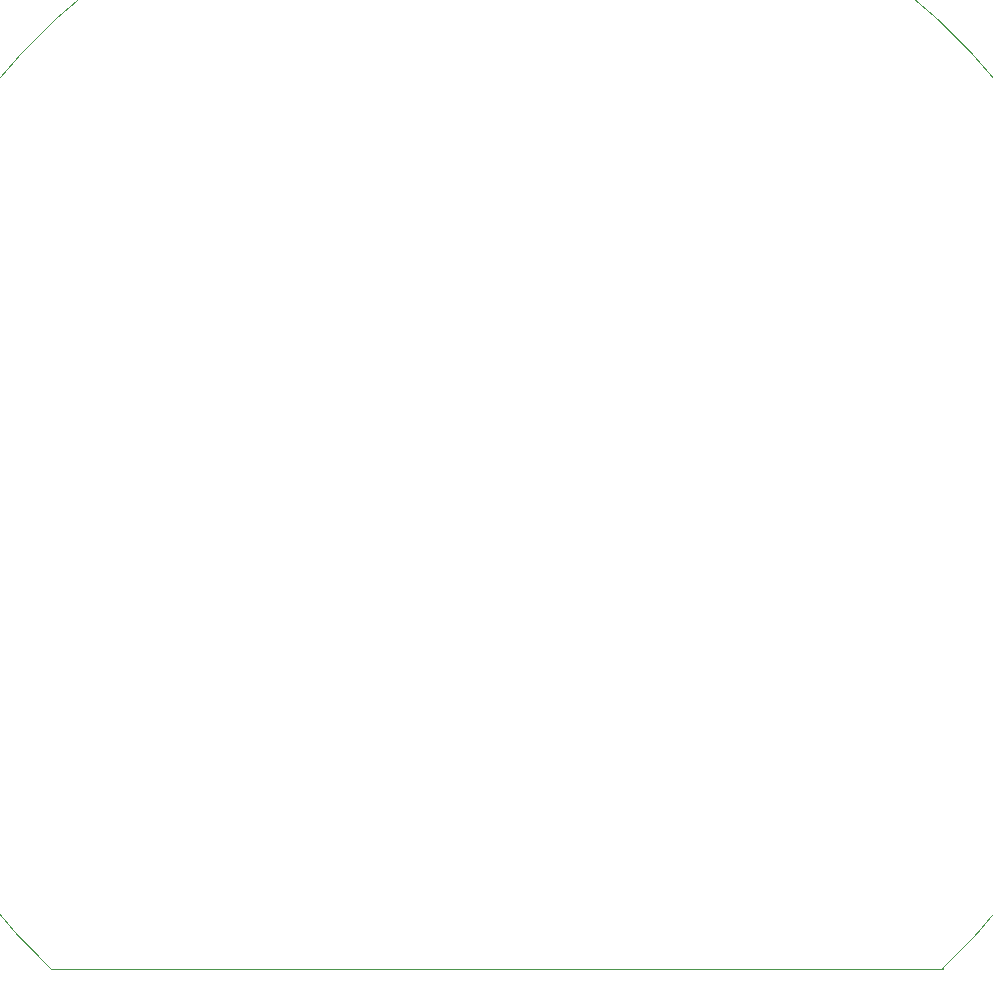
<source format=gbr>
%TF.GenerationSoftware,KiCad,Pcbnew,7.0.1-0*%
%TF.CreationDate,2023-05-23T13:59:42+09:00*%
%TF.ProjectId,AirData,41697244-6174-4612-9e6b-696361645f70,rev?*%
%TF.SameCoordinates,Original*%
%TF.FileFunction,Profile,NP*%
%FSLAX46Y46*%
G04 Gerber Fmt 4.6, Leading zero omitted, Abs format (unit mm)*
G04 Created by KiCad (PCBNEW 7.0.1-0) date 2023-05-23 13:59:42*
%MOMM*%
%LPD*%
G01*
G04 APERTURE LIST*
%TA.AperFunction,Profile*%
%ADD10C,0.100000*%
%TD*%
G04 APERTURE END LIST*
D10*
X186250000Y-145000000D02*
G75*
G03*
X110750000Y-145000000I-37750000J40000000D01*
G01*
X186250000Y-145000000D02*
X110750000Y-145000000D01*
M02*

</source>
